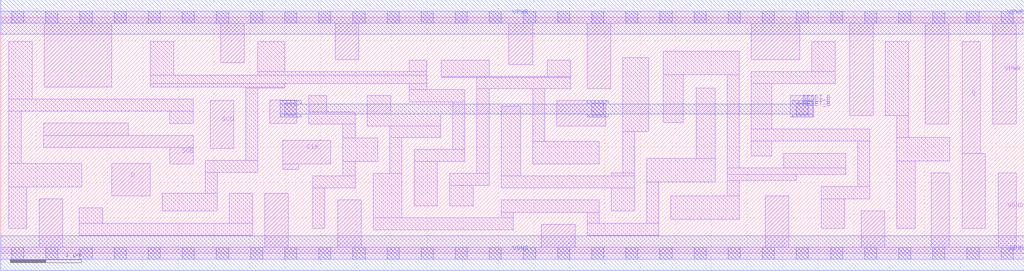
<source format=lef>
# Copyright 2020 The SkyWater PDK Authors
#
# Licensed under the Apache License, Version 2.0 (the "License");
# you may not use this file except in compliance with the License.
# You may obtain a copy of the License at
#
#     https://www.apache.org/licenses/LICENSE-2.0
#
# Unless required by applicable law or agreed to in writing, software
# distributed under the License is distributed on an "AS IS" BASIS,
# WITHOUT WARRANTIES OR CONDITIONS OF ANY KIND, either express or implied.
# See the License for the specific language governing permissions and
# limitations under the License.
#
# SPDX-License-Identifier: Apache-2.0

VERSION 5.7 ;
  NAMESCASESENSITIVE ON ;
  NOWIREEXTENSIONATPIN ON ;
  DIVIDERCHAR "/" ;
  BUSBITCHARS "[]" ;
UNITS
  DATABASE MICRONS 200 ;
END UNITS
MACRO sky130_fd_sc_hs__sdfrtp_2
  CLASS CORE ;
  SOURCE USER ;
  FOREIGN sky130_fd_sc_hs__sdfrtp_2 ;
  ORIGIN  0.000000  0.000000 ;
  SIZE  14.40000 BY  3.330000 ;
  SYMMETRY X Y R90 ;
  SITE unit ;
  PIN D
    ANTENNAGATEAREA  0.159000 ;
    DIRECTION INPUT ;
    USE SIGNAL ;
    PORT
      LAYER li1 ;
        RECT 1.565000 0.810000 2.100000 1.265000 ;
    END
  END D
  PIN Q
    ANTENNADIFFAREA  0.543200 ;
    DIRECTION OUTPUT ;
    USE SIGNAL ;
    PORT
      LAYER li1 ;
        RECT 13.525000 0.350000 13.855000 1.410000 ;
        RECT 13.525000 1.410000 13.785000 2.980000 ;
    END
  END Q
  PIN RESET_B
    ANTENNAGATEAREA  0.411000 ;
    DIRECTION INPUT ;
    USE SIGNAL ;
    PORT
      LAYER li1 ;
        RECT  3.785000 1.830000  4.165000 2.160000 ;
        RECT  7.825000 1.795000  8.515000 2.150000 ;
        RECT 11.110000 1.920000 11.440000 2.220000 ;
      LAYER mcon ;
        RECT  3.995000 1.950000  4.165000 2.120000 ;
        RECT  8.315000 1.950000  8.485000 2.120000 ;
        RECT 11.195000 1.950000 11.365000 2.120000 ;
      LAYER met1 ;
        RECT  3.935000 1.920000  4.225000 1.965000 ;
        RECT  3.935000 1.965000 11.425000 2.105000 ;
        RECT  3.935000 2.105000  4.225000 2.150000 ;
        RECT  8.255000 1.920000  8.545000 1.965000 ;
        RECT  8.255000 2.105000  8.545000 2.150000 ;
        RECT 11.135000 1.920000 11.425000 1.965000 ;
        RECT 11.135000 2.105000 11.425000 2.150000 ;
    END
  END RESET_B
  PIN SCD
    ANTENNAGATEAREA  0.159000 ;
    DIRECTION INPUT ;
    USE SIGNAL ;
    PORT
      LAYER li1 ;
        RECT 2.945000 1.480000 3.275000 2.150000 ;
    END
  END SCD
  PIN SCE
    ANTENNAGATEAREA  0.318000 ;
    DIRECTION INPUT ;
    USE SIGNAL ;
    PORT
      LAYER li1 ;
        RECT 0.605000 1.490000 2.705000 1.660000 ;
        RECT 0.605000 1.660000 1.795000 1.835000 ;
        RECT 2.375000 1.260000 2.705000 1.490000 ;
    END
  END SCE
  PIN CLK
    ANTENNAGATEAREA  0.279000 ;
    DIRECTION INPUT ;
    USE CLOCK ;
    PORT
      LAYER li1 ;
        RECT 3.965000 1.180000 4.195000 1.260000 ;
        RECT 3.965000 1.260000 4.645000 1.590000 ;
    END
  END CLK
  PIN VGND
    DIRECTION INOUT ;
    USE GROUND ;
    PORT
      LAYER li1 ;
        RECT  0.000000 -0.085000 14.400000 0.085000 ;
        RECT  0.545000  0.085000  0.875000 0.765000 ;
        RECT  3.715000  0.085000  4.045000 0.845000 ;
        RECT  4.740000  0.085000  5.070000 0.750000 ;
        RECT  7.605000  0.085000  8.080000 0.410000 ;
        RECT 10.755000  0.085000 11.085000 0.810000 ;
        RECT 12.105000  0.085000 12.435000 0.600000 ;
        RECT 13.095000  0.085000 13.345000 1.130000 ;
        RECT 14.035000  0.085000 14.285000 1.130000 ;
      LAYER mcon ;
        RECT  0.155000 -0.085000  0.325000 0.085000 ;
        RECT  0.635000 -0.085000  0.805000 0.085000 ;
        RECT  1.115000 -0.085000  1.285000 0.085000 ;
        RECT  1.595000 -0.085000  1.765000 0.085000 ;
        RECT  2.075000 -0.085000  2.245000 0.085000 ;
        RECT  2.555000 -0.085000  2.725000 0.085000 ;
        RECT  3.035000 -0.085000  3.205000 0.085000 ;
        RECT  3.515000 -0.085000  3.685000 0.085000 ;
        RECT  3.995000 -0.085000  4.165000 0.085000 ;
        RECT  4.475000 -0.085000  4.645000 0.085000 ;
        RECT  4.955000 -0.085000  5.125000 0.085000 ;
        RECT  5.435000 -0.085000  5.605000 0.085000 ;
        RECT  5.915000 -0.085000  6.085000 0.085000 ;
        RECT  6.395000 -0.085000  6.565000 0.085000 ;
        RECT  6.875000 -0.085000  7.045000 0.085000 ;
        RECT  7.355000 -0.085000  7.525000 0.085000 ;
        RECT  7.835000 -0.085000  8.005000 0.085000 ;
        RECT  8.315000 -0.085000  8.485000 0.085000 ;
        RECT  8.795000 -0.085000  8.965000 0.085000 ;
        RECT  9.275000 -0.085000  9.445000 0.085000 ;
        RECT  9.755000 -0.085000  9.925000 0.085000 ;
        RECT 10.235000 -0.085000 10.405000 0.085000 ;
        RECT 10.715000 -0.085000 10.885000 0.085000 ;
        RECT 11.195000 -0.085000 11.365000 0.085000 ;
        RECT 11.675000 -0.085000 11.845000 0.085000 ;
        RECT 12.155000 -0.085000 12.325000 0.085000 ;
        RECT 12.635000 -0.085000 12.805000 0.085000 ;
        RECT 13.115000 -0.085000 13.285000 0.085000 ;
        RECT 13.595000 -0.085000 13.765000 0.085000 ;
        RECT 14.075000 -0.085000 14.245000 0.085000 ;
      LAYER met1 ;
        RECT 0.000000 -0.245000 14.400000 0.245000 ;
    END
  END VGND
  PIN VPWR
    DIRECTION INOUT ;
    USE POWER ;
    PORT
      LAYER li1 ;
        RECT  0.000000 3.245000 14.400000 3.415000 ;
        RECT  0.615000 2.345000  1.565000 3.245000 ;
        RECT  3.095000 2.685000  3.425000 3.245000 ;
        RECT  4.705000 2.730000  5.035000 3.245000 ;
        RECT  7.150000 2.660000  7.485000 3.245000 ;
        RECT  8.250000 2.320000  8.580000 3.245000 ;
        RECT 10.560000 2.730000 11.240000 3.245000 ;
        RECT 11.945000 1.940000 12.275000 3.245000 ;
        RECT 13.005000 1.820000 13.335000 3.245000 ;
        RECT 13.955000 1.820000 14.285000 3.245000 ;
      LAYER mcon ;
        RECT  0.155000 3.245000  0.325000 3.415000 ;
        RECT  0.635000 3.245000  0.805000 3.415000 ;
        RECT  1.115000 3.245000  1.285000 3.415000 ;
        RECT  1.595000 3.245000  1.765000 3.415000 ;
        RECT  2.075000 3.245000  2.245000 3.415000 ;
        RECT  2.555000 3.245000  2.725000 3.415000 ;
        RECT  3.035000 3.245000  3.205000 3.415000 ;
        RECT  3.515000 3.245000  3.685000 3.415000 ;
        RECT  3.995000 3.245000  4.165000 3.415000 ;
        RECT  4.475000 3.245000  4.645000 3.415000 ;
        RECT  4.955000 3.245000  5.125000 3.415000 ;
        RECT  5.435000 3.245000  5.605000 3.415000 ;
        RECT  5.915000 3.245000  6.085000 3.415000 ;
        RECT  6.395000 3.245000  6.565000 3.415000 ;
        RECT  6.875000 3.245000  7.045000 3.415000 ;
        RECT  7.355000 3.245000  7.525000 3.415000 ;
        RECT  7.835000 3.245000  8.005000 3.415000 ;
        RECT  8.315000 3.245000  8.485000 3.415000 ;
        RECT  8.795000 3.245000  8.965000 3.415000 ;
        RECT  9.275000 3.245000  9.445000 3.415000 ;
        RECT  9.755000 3.245000  9.925000 3.415000 ;
        RECT 10.235000 3.245000 10.405000 3.415000 ;
        RECT 10.715000 3.245000 10.885000 3.415000 ;
        RECT 11.195000 3.245000 11.365000 3.415000 ;
        RECT 11.675000 3.245000 11.845000 3.415000 ;
        RECT 12.155000 3.245000 12.325000 3.415000 ;
        RECT 12.635000 3.245000 12.805000 3.415000 ;
        RECT 13.115000 3.245000 13.285000 3.415000 ;
        RECT 13.595000 3.245000 13.765000 3.415000 ;
        RECT 14.075000 3.245000 14.245000 3.415000 ;
      LAYER met1 ;
        RECT 0.000000 3.085000 14.400000 3.575000 ;
    END
  END VPWR
  OBS
    LAYER li1 ;
      RECT  0.115000 0.350000  0.365000 0.935000 ;
      RECT  0.115000 0.935000  1.140000 1.265000 ;
      RECT  0.115000 1.265000  0.285000 2.005000 ;
      RECT  0.115000 2.005000  2.705000 2.175000 ;
      RECT  0.115000 2.175000  0.445000 2.980000 ;
      RECT  1.105000 0.255000  3.545000 0.425000 ;
      RECT  1.105000 0.425000  1.435000 0.640000 ;
      RECT  2.105000 2.345000  3.995000 2.390000 ;
      RECT  2.105000 2.390000  5.995000 2.515000 ;
      RECT  2.105000 2.515000  2.435000 2.980000 ;
      RECT  2.270000 0.595000  3.045000 0.845000 ;
      RECT  2.375000 1.830000  2.705000 2.005000 ;
      RECT  2.875000 0.845000  3.045000 1.140000 ;
      RECT  2.875000 1.140000  3.615000 1.310000 ;
      RECT  3.215000 0.425000  3.545000 0.845000 ;
      RECT  3.445000 1.310000  3.615000 2.330000 ;
      RECT  3.445000 2.330000  3.995000 2.345000 ;
      RECT  3.615000 2.515000  5.995000 2.560000 ;
      RECT  3.615000 2.560000  3.995000 2.980000 ;
      RECT  4.335000 1.820000  4.985000 1.990000 ;
      RECT  4.335000 1.990000  4.585000 2.220000 ;
      RECT  4.390000 0.350000  4.560000 0.920000 ;
      RECT  4.390000 0.920000  4.985000 1.090000 ;
      RECT  4.815000 1.090000  4.985000 1.295000 ;
      RECT  4.815000 1.295000  5.305000 1.625000 ;
      RECT  4.815000 1.625000  4.985000 1.820000 ;
      RECT  5.155000 1.795000  6.190000 1.965000 ;
      RECT  5.155000 1.965000  5.485000 2.220000 ;
      RECT  5.240000 0.330000  7.210000 0.500000 ;
      RECT  5.240000 0.500000  5.645000 1.125000 ;
      RECT  5.475000 1.125000  5.645000 1.635000 ;
      RECT  5.475000 1.635000  6.190000 1.795000 ;
      RECT  5.745000 2.135000  6.530000 2.305000 ;
      RECT  5.745000 2.305000  5.995000 2.390000 ;
      RECT  5.745000 2.560000  5.995000 2.725000 ;
      RECT  5.815000 0.670000  6.145000 1.295000 ;
      RECT  5.815000 1.295000  6.530000 1.465000 ;
      RECT  6.195000 2.475000  8.020000 2.490000 ;
      RECT  6.195000 2.490000  6.870000 2.725000 ;
      RECT  6.315000 0.670000  6.645000 0.955000 ;
      RECT  6.315000 0.955000  6.870000 1.125000 ;
      RECT  6.360000 1.465000  6.530000 2.135000 ;
      RECT  6.700000 1.125000  6.870000 2.320000 ;
      RECT  6.700000 2.320000  8.020000 2.475000 ;
      RECT  7.040000 0.500000  7.210000 0.580000 ;
      RECT  7.040000 0.580000  8.420000 0.750000 ;
      RECT  7.040000 0.920000  8.920000 1.090000 ;
      RECT  7.040000 1.090000  7.315000 2.075000 ;
      RECT  7.485000 1.260000  8.420000 1.575000 ;
      RECT  7.485000 1.575000  7.655000 2.320000 ;
      RECT  7.690000 2.490000  8.020000 2.725000 ;
      RECT  8.250000 0.255000  9.260000 0.425000 ;
      RECT  8.250000 0.425000  8.420000 0.580000 ;
      RECT  8.590000 0.595000  8.920000 0.920000 ;
      RECT  8.590000 1.090000  8.920000 1.130000 ;
      RECT  8.750000 1.130000  8.920000 1.715000 ;
      RECT  8.750000 1.715000  9.115000 2.755000 ;
      RECT  9.090000 0.425000  9.260000 1.005000 ;
      RECT  9.090000 1.005000 10.050000 1.335000 ;
      RECT  9.320000 1.840000  9.600000 2.520000 ;
      RECT  9.320000 2.520000 10.390000 2.850000 ;
      RECT  9.430000 0.480000 10.390000 0.810000 ;
      RECT  9.785000 1.335000 10.050000 2.330000 ;
      RECT 10.220000 0.810000 10.390000 1.030000 ;
      RECT 10.220000 1.030000 11.190000 1.110000 ;
      RECT 10.220000 1.110000 11.890000 1.200000 ;
      RECT 10.220000 1.200000 10.390000 2.520000 ;
      RECT 10.560000 1.370000 10.850000 1.580000 ;
      RECT 10.560000 1.580000 12.230000 1.750000 ;
      RECT 10.560000 1.750000 10.850000 2.390000 ;
      RECT 10.560000 2.390000 11.740000 2.560000 ;
      RECT 11.020000 1.200000 11.890000 1.410000 ;
      RECT 11.410000 2.560000 11.740000 2.980000 ;
      RECT 11.545000 0.350000 11.875000 0.770000 ;
      RECT 11.545000 0.770000 12.230000 0.940000 ;
      RECT 12.060000 0.940000 12.230000 1.580000 ;
      RECT 12.445000 1.940000 12.775000 2.980000 ;
      RECT 12.605000 0.350000 12.865000 1.300000 ;
      RECT 12.605000 1.300000 13.355000 1.630000 ;
      RECT 12.605000 1.630000 12.775000 1.940000 ;
  END
END sky130_fd_sc_hs__sdfrtp_2

</source>
